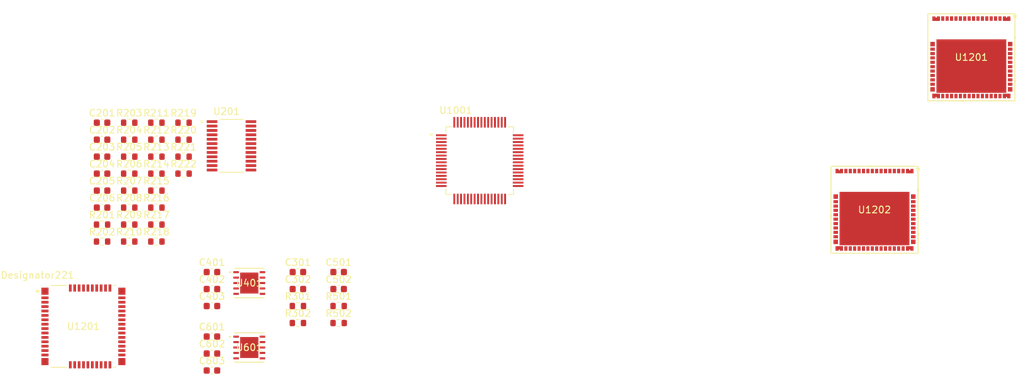
<source format=kicad_pcb>
(kicad_pcb (version 20240108) (generator "pcbnew") (generator_version "8.0")
  (layers (0 "F.Cu" signal) (31 "B.Cu" signal) (34 "B.Paste" user) (35 "F.Paste" user) (36 "B.SilkS" user "B.Silkscreen") (37 "F.SilkS" user "F.Silkscreen") (38 "B.Mask" user) (39 "F.Mask" user) (44 "Edge.Cuts" user))
  (net 0 "")
  (net 1 "GNDREF")
  (net 2 "FB")
  (net 3 "Net-(C202-Pad1)")
  (net 4 "/controller/VREF")
  (net 5 "Net-(U201-SS_EN)")
  (net 6 "/controller/CS_FLT")
  (net 7 "Net-(U201-VDD)")
  (net 8 "/DRV1/10V")
  (net 9 "/SW_AB")
  (net 10 "Net-(U401-HB)")
  (net 11 "Net-(U601-HB)")
  (net 12 "/SW_CD")
  (net 13 "/controller/10V")
  (net 14 "/controller/DCM")
  (net 15 "/controller/cs")
  (net 16 "Net-(U201-RT)")
  (net 17 "/controller/EA+")
  (net 18 "Net-(U201-TMIN)")
  (net 19 "Net-(U201-RSUM)")
  (net 20 "/controller/DELEF")
  (net 21 "/controller/DELCD")
  (net 22 "/controller/DELAB")
  (net 23 "/controller/ADEL")
  (net 24 "/controller/ADELEF")
  (net 25 "Net-(U301-OUTH)")
  (net 26 "/DRV_F")
  (net 27 "Net-(U301-OUTL)")
  (net 28 "/DRV_E")
  (net 29 "Net-(U501-OUTH)")
  (net 30 "Net-(U501-OUTL)")
  (net 31 "/PWMA")
  (net 32 "/PWMF")
  (net 33 "/PWMD")
  (net 34 "/PWMC")
  (net 35 "/PWME")
  (net 39 "/DRV_A")
  (net 40 "/DRV_B")
  (net 42 "/DRV_D")
  (net 43 "/DRV_C")
  (net 45 "Net-(U1001D-VDDIO-Pad28)")
  (net 47 "/TMS_mcu/refGND")
  (net 49 "Net-(U1001D-VDD-Pad27)")
  (net 52 "Net-(U1201-DRAIN-Pad1)")
  (net 76 "Net-(U1201-SOURCE-Pad17)")
  (net 166 "Net-(U1202-SOURCE-Pad17)")
  (footprint "Resistor_SMD:R_0603_1608Metric" (layer "F.Cu") (at 110.165 122)
    (property "Reference" "R302" (at 0 -1.43 0) (layer "F.SilkS"))
    (property "Value" "0")
    (pad "1" smd roundrect (at -0.825 0) (size 0.8 0.95) (layers "F.Cu" "F.Paste" "F.Mask") (net 27 "Net-(U301-OUTL)"))
    (pad "2" smd roundrect (at 0.825 0) (size 0.8 0.95) (layers "F.Cu" "F.Paste" "F.Mask") (net 26 "/DRV_F"))
  )
  (footprint "Capacitor_SMD:C_0603_1608Metric" (layer "F.Cu") (at 81.255 97.41)
    (property "Reference" "C203" (at 0 -1.43 0) (layer "F.SilkS"))
    (property "Value" "1uF")
    (pad "1" smd roundrect (at -0.775 0) (size 0.9 0.95) (layers "F.Cu" "F.Paste" "F.Mask") (net 1 "GNDREF"))
    (pad "2" smd roundrect (at 0.775 0) (size 0.9 0.95) (layers "F.Cu" "F.Paste" "F.Mask") (net 4 "/controller/VREF"))
  )
  (footprint "Resistor_SMD:R_0603_1608Metric" (layer "F.Cu") (at 89.275 99.92)
    (property "Reference" "R214" (at 0 -1.43 0) (layer "F.SilkS"))
    (property "Value" "13k")
    (pad "1" smd roundrect (at -0.825 0) (size 0.8 0.95) (layers "F.Cu" "F.Paste" "F.Mask") (net 1 "GNDREF"))
    (pad "2" smd roundrect (at 0.825 0) (size 0.8 0.95) (layers "F.Cu" "F.Paste" "F.Mask") (net 21 "/controller/DELCD"))
  )
  (footprint "Resistor_SMD:R_0603_1608Metric" (layer "F.Cu") (at 116.175 119.49)
    (property "Reference" "R501" (at 0 -1.43 0) (layer "F.SilkS"))
    (property "Value" "0")
    (pad "1" smd roundrect (at -0.825 0) (size 0.8 0.95) (layers "F.Cu" "F.Paste" "F.Mask") (net 29 "Net-(U501-OUTH)"))
    (pad "2" smd roundrect (at 0.825 0) (size 0.8 0.95) (layers "F.Cu" "F.Paste" "F.Mask") (net 28 "/DRV_E"))
  )
  (footprint "Capacitor_SMD:C_0603_1608Metric" (layer "F.Cu") (at 116.175 114.47)
    (property "Reference" "C501" (at 0 -1.43 0) (layer "F.SilkS"))
    (property "Value" "1uF")
    (pad "1" smd roundrect (at -0.775 0) (size 0.9 0.95) (layers "F.Cu" "F.Paste" "F.Mask") (net 8 "/DRV1/10V"))
    (pad "2" smd roundrect (at 0.775 0) (size 0.9 0.95) (layers "F.Cu" "F.Paste" "F.Mask") (net 1 "GNDREF"))
  )
  (footprint "Capacitor_SMD:C_0603_1608Metric" (layer "F.Cu") (at 81.255 99.92)
    (property "Reference" "C204" (at 0 -1.43 0) (layer "F.SilkS"))
    (property "Value" "0.047uF")
    (pad "1" smd roundrect (at -0.775 0) (size 0.9 0.95) (layers "F.Cu" "F.Paste" "F.Mask") (net 1 "GNDREF"))
    (pad "2" smd roundrect (at 0.775 0) (size 0.9 0.95) (layers "F.Cu" "F.Paste" "F.Mask") (net 5 "Net-(U201-SS_EN)"))
  )
  (footprint "Resistor_SMD:R_0603_1608Metric" (layer "F.Cu") (at 85.265 92.39)
    (property "Reference" "R203" (at 0 -1.43 0) (layer "F.SilkS"))
    (property "Value" "19.1k")
    (pad "1" smd roundrect (at -0.825 0) (size 0.8 0.95) (layers "F.Cu" "F.Paste" "F.Mask") (net 14 "/controller/DCM"))
    (pad "2" smd roundrect (at 0.825 0) (size 0.8 0.95) (layers "F.Cu" "F.Paste" "F.Mask") (net 4 "/controller/VREF"))
  )
  (footprint "Package_DFN_QFN:LMG3522R030QRQSRQ1-52-VQFN" (layer "F.Cu") (at 78.5 122.5)
    (property "Reference" "U1201" (at 0 0 0) (layer "F.SilkS"))
    (property "Value" "LMG3522R030QRQSRQ1")
    (fp_text user "Designator221" (at -6.7818 -7.5692 0) (layer "F.SilkS"))
    (pad "1" smd rect (at -5.675 -5.2) (size 1.05 1.05) (layers "F.Cu" "F.Paste" "F.Mask"))
    (pad "2" smd rect (at -5.675 -4.225 90) (size 0.399999 1.05) (layers "F.Cu" "F.Paste" "F.Mask"))
    (pad "3" smd rect (at -5.675 -3.574999 90) (size 0.399999 1.05) (layers "F.Cu" "F.Paste" "F.Mask"))
    (pad "4" smd rect (at -5.675 -2.925 90) (size 0.399999 1.05) (layers "F.Cu" "F.Paste" "F.Mask"))
    (pad "5" smd rect (at -5.675 -2.274999 90) (size 0.399999 1.05) (layers "F.Cu" "F.Paste" "F.Mask"))
    (pad "6" smd rect (at -5.675 -1.625001 90) (size 0.399999 1.05) (layers "F.Cu" "F.Paste" "F.Mask"))
    (pad "7" smd rect (at -5.675 -0.974999 90) (size 0.399999 1.05) (layers "F.Cu" "F.Paste" "F.Mask"))
    (pad "8" smd rect (at -5.675 -0.325001 90) (size 0.399999 1.05) (layers "F.Cu" "F.Paste" "F.Mask"))
    (pad "9" smd rect (at -5.675 0.325001 90) (size 0.399999 1.05) (layers "F.Cu" "F.Paste" "F.Mask"))
    (pad "10" smd rect (at -5.675 0.974999 90) (size 0.399999 1.05) (layers "F.Cu" "F.Paste" "F.Mask"))
    (pad "11" smd rect (at -5.675 1.625001 90) (size 0.399999 1.05) (layers "F.Cu" "F.Paste" "F.Mask"))
    (pad "12" smd rect (at -5.675 2.274999 90) (size 0.399999 1.05) (layers "F.Cu" "F.Paste" "F.Mask"))
    (pad "13" smd rect (at -5.675 2.925 90) (size 0.399999 1.05) (layers "F.Cu" "F.Paste" "F.Mask"))
    (pad "14" smd rect (at -5.675 3.574999 90) (size 0.399999 1.05) (layers "F.Cu" "F.Paste" "F.Mask"))
    (pad "15" smd rect (at -5.675 4.225 90) (size 0.399999 1.05) (layers "F.Cu" "F.Paste" "F.Mask"))
    (pad "16" smd rect (at -5.675 5.2) (size 1.05 1.05) (layers "F.Cu" "F.Paste" "F.Mask"))
    (pad "17" smd rect (at -1.935 5.675) (size 0.399999 1.05) (layers "F.Cu" "F.Paste" "F.Mask"))
    (pad "18" smd rect (at -1.285001 5.675) (size 0.399999 1.05) (layers "F.Cu" "F.Paste" "F.Mask"))
    (pad "19" smd rect (at -0.635 5.675) (size 0.399999 1.05) (layers "F.Cu" "F.Paste" "F.Mask"))
    (pad "20" smd rect (at 0.015001 5.675) (size 0.399999 1.05) (layers "F.Cu" "F.Paste" "F.Mask"))
    (pad "21" smd rect (at 0.665 5.675) (size 0.399999 1.05) (layers "F.Cu" "F.Paste" "F.Mask"))
    (pad "22" smd rect (at 1.315001 5.675) (size 0.399999 1.05) (layers "F.Cu" "F.Paste" "F.Mask"))
    (pad "23" smd rect (at 1.965 5.675) (size 0.399999 1.05) (layers "F.Cu" "F.Paste" "F.Mask"))
    (pad "24" smd rect (at 2.615001 5.675) (size 0.399999 1.05) (layers "F.Cu" "F.Paste" "F.Mask"))
    (pad "25" smd rect (at 3.265 5.675) (size 0.399999 1.05) (layers "F.Cu" "F.Paste" "F.Mask"))
    (pad "26" smd rect (at 3.915001 5.675) (size 0.399999 1.05) (layers "F.Cu" "F.Paste" "F.Mask"))
    (pad "27" smd rect (at 5.675 5.2) (size 1.05 1.05) (layers "F.Cu" "F.Paste" "F.Mask"))
    (pad "28" smd rect (at 5.675 4.225 90) (size 0.399999 1.05) (layers "F.Cu" "F.Paste" "F.Mask"))
    (pad "29" smd rect (at 5.675 3.574999 90) (size 0.399999 1.05) (layers "F.Cu" "F.Paste" "F.Mask"))
    (pad "30" smd rect (at 5.675 2.925 90) (size 0.399999 1.05) (layers "F.Cu" "F.Paste" "F.Mask"))
    (pad "31" smd rect (at 5.675 2.274999 90) (size 0.399999 1.05) (layers "F.Cu" "F.Paste" "F.Mask"))
    (pad "32" smd rect (at 5.675 1.625001 90) (size 0.399999 1.05) (layers "F.Cu" "F.Paste" "F.Mask"))
    (pad "33" smd rect (at 5.675 0.974999 90) (size 0.399999 1.05) (layers "F.Cu" "F.Paste" "F.Mask"))
    (pad "34" smd rect (at 5.675 0.325001 90) (size 0.399999 1.05) (layers "F.Cu" "F.Paste" "F.Mask"))
    (pad "35" smd rect (at 5.675 -0.325001 90) (size 0.399999 1.05) (layers "F.Cu" "F.Paste" "F.Mask"))
    (pad "36" smd rect (at 5.675 -0.974999 90) (size 0.399999 1.05) (layers "F.Cu" "F.Paste" "F.Mask"))
    (pad "37" smd rect (at 5.675 -1.625001 90) (size 0.399999 1.05) (layers "F.Cu" "F.Paste" "F.Mask"))
    (pad "38" smd rect (at 5.675 -2.274999 90) (size 0.399999 1.05) (layers "F.Cu" "F.Paste" "F.Mask"))
    (pad "39" smd rect (at 5.675 -2.925 90) (size 0.399999 1.05) (layers "F.Cu" "F.Paste" "F.Mask"))
    (pad "40" smd rect (at 5.675 -3.574999 90) (size 0.399999 1.05) (layers "F.Cu" "F.Paste" "F.Mask"))
    (pad "41" smd rect (at 5.675 -4.225 90) (size 0.399999 1.05) (layers "F.Cu" "F.Paste" "F.Mask"))
    (pad "42" smd rect (at 5.675 -5.2) (size 1.05 1.05) (layers "F.Cu" "F.Paste" "F.Mask"))
    (pad "43" smd rect (at 3.915001 -5.675) (size 0.399999 1.05) (layers "F.Cu" "F.Paste" "F.Mask"))
    (pad "44" smd rect (at 3.265 -5.675) (size 0.399999 1.05) (layers "F.Cu" "F.Paste" "F.Mask"))
    (pad "45" smd rect (at 2.615001 -5.675) (size 0.399999 1.05) (layers "F.Cu" "F.Paste" "F.Mask"))
    (pad "46" smd rect (at 1.965 -5.675) (size 0.399999 1.05) (layers "F.Cu" "F.Paste" "F.Mask"))
    (pad "47" smd rect (at 1.315001 -5.675) (size 0.399999 1.05) (layers "F.Cu" "F.Paste" "F.Mask"))
    (pad "48" smd rect (at 0.665 -5.675) (size 0.399999 1.05) (layers "F.Cu" "F.Paste" "F.Mask"))
    (pad "49" smd rect (at 0.015001 -5.675) (size 0.399999 1.05) (layers "F.Cu" "F.Paste" "F.Mask"))
    (pad "50" smd rect (at -0.635 -5.675) (size 0.399999 1.05) (layers "F.Cu" "F.Paste" "F.Mask"))
    (pad "51" smd rect (at -1.285001 -5.675) (size 0.399999 1.05) (layers "F.Cu" "F.Paste" "F.Mask"))
    (pad "52" smd rect (at -1.935 -5.675) (size 0.399999 1.05) (layers "F.Cu" "F.Paste" "F.Mask"))
  )
  (footprint "Capacitor_SMD:C_0603_1608Metric" (layer "F.Cu") (at 81.255 104.94)
    (property "Reference" "C206" (at 0 -1.43 0) (layer "F.SilkS"))
    (property "Value" "1uF")
    (pad "1" smd roundrect (at -0.775 0) (size 0.9 0.95) (layers "F.Cu" "F.Paste" "F.Mask") (net 7 "Net-(U201-VDD)"))
    (pad "2" smd roundrect (at 0.775 0) (size 0.9 0.95) (layers "F.Cu" "F.Paste" "F.Mask") (net 1 "GNDREF"))
  )
  (footprint "Resistor_SMD:R_0603_1608Metric" (layer "F.Cu") (at 81.255 109.96)
    (property "Reference" "R202" (at 0 -1.43 0) (layer "F.SilkS"))
    (property "Value" "10")
    (pad "1" smd roundrect (at -0.825 0) (size 0.8 0.95) (layers "F.Cu" "F.Paste" "F.Mask") (net 13 "/controller/10V"))
    (pad "2" smd roundrect (at 0.825 0) (size 0.8 0.95) (layers "F.Cu" "F.Paste" "F.Mask") (net 7 "Net-(U201-VDD)"))
  )
  (footprint "Resistor_SMD:R_0603_1608Metric" (layer "F.Cu") (at 116.175 122)
    (property "Reference" "R502" (at 0 -1.43 0) (layer "F.SilkS"))
    (property "Value" "0")
    (pad "1" smd roundrect (at -0.825 0) (size 0.8 0.95) (layers "F.Cu" "F.Paste" "F.Mask") (net 30 "Net-(U501-OUTL)"))
    (pad "2" smd roundrect (at 0.825 0) (size 0.8 0.95) (layers "F.Cu" "F.Paste" "F.Mask") (net 28 "/DRV_E"))
  )
  (footprint "Package_QFP:VQFN-54_12x12" (layer "F.Cu") (at 195.275 105.26507)
    (property "Reference" "U1202" (at 0 0 0) (layer "F.SilkS"))
    (property "Value" "XLMG3422R050RQZT")
    (fp_poly (pts (xy -5.753599 6.045192) (xy -5.753594 5.394787) (xy -4.653596 5.394787) (xy -4.653589 6.045192) (xy -5.110789 6.045192) (xy -5.110789 5.841992) (xy -5.296399 5.841992) (xy -5.296399 6.045192)) (fill solid) (layer "F.Cu"))
    (fp_poly (pts (xy -5.753594 5.394787) (xy -4.653596 5.394787) (xy -4.653589 6.045192) (xy -5.110789 6.045192) (xy -5.110789 5.841992) (xy -5.296399 5.841992) (xy -5.296399 6.045192) (xy -5.753599 6.045192)) (fill solid) (layer "F.Cu"))
    (fp_poly (pts (xy -5.750412 -6.045208) (xy -5.293212 -6.045208) (xy -5.293212 -5.842008) (xy -5.107602 -5.842008) (xy -5.107602 -6.045208) (xy -4.650402 -6.045208) (xy -4.650402 -5.394803) (xy -5.7504 -5.394803)) (fill solid) (layer "F.Cu"))
    (fp_poly (pts (xy 4.6504 6.045192) (xy 4.650401 5.394787) (xy 5.750399 5.394787) (xy 5.750411 6.045192) (xy 5.293211 6.045192) (xy 5.293211 5.841992) (xy 5.1076 5.841992) (xy 5.1076 6.045192)) (fill solid) (layer "F.Cu"))
    (fp_poly (pts (xy 4.650401 5.394787) (xy 5.750399 5.394787) (xy 5.750411 6.045192) (xy 5.293211 6.045192) (xy 5.293211 5.841992) (xy 5.1076 5.841992) (xy 5.1076 6.045192) (xy 4.6504 6.045192)) (fill solid) (layer "F.Cu"))
    (fp_poly (pts (xy 4.653595 -5.394803) (xy 4.653587 -6.045208) (xy 5.110787 -6.045208) (xy 5.110787 -5.842008) (xy 5.296398 -5.842008) (xy 5.296398 -6.045208) (xy 5.753598 -6.045208) (xy 5.753593 -5.394803)) (fill solid) (layer "F.Cu"))
    (fp_text user "*" (at 6.4262 -5.725 0) (layer "F.SilkS"))
    (fp_text user "*" (at 6.4262 -5.725 0) (layer "F.SilkS"))
    (pad "1" smd rect (at 5.203594 -5.618399 90) (size 0.447192 1.099998) (layers "F.Cu" "F.Paste" "F.Mask") (net 76 "Net-(U1201-SOURCE-Pad17)"))
    (pad "2" smd rect (at 4.224998 -5.725015) (size 0.4572 0.6604) (layers "F.Cu" "F.Paste" "F.Mask") (net 76 "Net-(U1201-SOURCE-Pad17)"))
    (pad "3" smd rect (at 3.574999 -5.725015) (size 0.4572 0.6604) (layers "F.Cu" "F.Paste" "F.Mask") (net 76 "Net-(U1201-SOURCE-Pad17)"))
    (pad "4" smd rect (at 2.924998 -5.725015) (size 0.4572 0.6604) (layers "F.Cu" "F.Paste" "F.Mask") (net 76 "Net-(U1201-SOURCE-Pad17)"))
    (pad "5" smd rect (at 2.274999 -5.725015) (size 0.4572 0.6604) (layers "F.Cu" "F.Paste" "F.Mask") (net 76 "Net-(U1201-SOURCE-Pad17)"))
    (pad "6" smd rect (at 1.624998 -5.725015) (size 0.4572 0.6604) (layers "F.Cu" "F.Paste" "F.Mask") (net 76 "Net-(U1201-SOURCE-Pad17)"))
    (pad "7" smd rect (at 0.974999 -5.725015) (size 0.4572 0.6604) (layers "F.Cu" "F.Paste" "F.Mask") (net 76 "Net-(U1201-SOURCE-Pad17)"))
    (pad "8" smd rect (at 0.324999 -5.725015) (size 0.4572 0.6604) (layers "F.Cu" "F.Paste" "F.Mask") (net 76 "Net-(U1201-SOURCE-Pad17)"))
    (pad "9" smd rect (at -0.325001 -5.725015) (size 0.4572 0.6604) (layers "F.Cu" "F.Paste" "F.Mask") (net 76 "Net-(U1201-SOURCE-Pad17)"))
    (pad "10" smd rect (at -0.975002 -5.725015) (size 0.4572 0.6604) (layers "F.Cu" "F.Paste" "F.Mask") (net 76 "Net-(U1201-SOURCE-Pad17)"))
    (pad "11" smd rect (at -1.625001 -5.725015) (size 0.4572 0.6604) (layers "F.Cu" "F.Paste" "F.Mask") (net 76 "Net-(U1201-SOURCE-Pad17)"))
    (pad "12" smd rect (at -2.275002 -5.725015) (size 0.4572 0.6604) (layers "F.Cu" "F.Paste" "F.Mask") (net 76 "Net-(U1201-SOURCE-Pad17)"))
    (pad "13" smd rect (at -2.925 -5.725015) (size 0.4572 0.6604) (layers "F.Cu" "F.Paste" "F.Mask") (net 76 "Net-(U1201-SOURCE-Pad17)"))
    (pad "14" smd rect (at -3.575002 -5.725015) (size 0.4572 0.6604) (layers "F.Cu" "F.Paste" "F.Mask") (net 76 "Net-(U1201-SOURCE-Pad17)"))
    (pad "15" smd rect (at -4.225 -5.725015) (size 0.4572 0.6604) (layers "F.Cu" "F.Paste" "F.Mask") (net 76 "Net-(U1201-SOURCE-Pad17)"))
    (pad "16" smd rect (at -5.200401 -5.618399 90) (size 0.447192 1.099998) (layers "F.Cu" "F.Paste" "F.Mask") (net 76 "Net-(U1201-SOURCE-Pad17)"))
    (pad "17" smd rect (at -5.725 -1.949933 90) (size 0.6604 0.6604) (layers "F.Cu" "F.Paste" "F.Mask") (net 166 "Net-(U1202-SOURCE-Pad17)"))
    (pad "18" smd rect (at -5.725 -1.199947 90) (size 0.4572 0.6604) (layers "F.Cu" "F.Paste" "F.Mask") (net 166 "Net-(U1202-SOURCE-Pad17)"))
    (pad "19" smd rect (at -5.725 -0.549961 90) (size 0.4572 0.6604) (layers "F.Cu" "F.Paste" "F.Mask") (net 166 "Net-(U1202-SOURCE-Pad17)"))
    (pad "20" smd rect (at -5.725 0.085025 90) (size 0.4572 0.6604) (layers "F.Cu" "F.Paste" "F.Mask") (net 166 "Net-(U1202-SOURCE-Pad17)"))
    (pad "21" smd rect (at -5.725 0.735011 90) (size 0.4572 0.6604) (layers "F.Cu" "F.Paste" "F.Mask") (net 166 "Net-(U1202-SOURCE-Pad17)"))
    (pad "22" smd rect (at -5.725 1.384997 90) (size 0.4572 0.6604) (layers "F.Cu" "F.Paste" "F.Mask") (net 166 "Net-(U1202-SOURCE-Pad17)"))
    (pad "23" smd rect (at -5.725 2.034983 90) (size 0.4572 0.6604) (layers "F.Cu" "F.Paste" "F.Mask") (net 166 "Net-(U1202-SOURCE-Pad17)"))
    (pad "24" smd rect (at -5.725 2.684969 90) (size 0.4572 0.6604) (layers "F.Cu" "F.Paste" "F.Mask") (net 166 "Net-(U1202-SOURCE-Pad17)"))
    (pad "25" smd rect (at -5.725 3.334955 90) (size 0.4572 0.6604) (layers "F.Cu" "F.Paste" "F.Mask") (net 166 "Net-(U1202-SOURCE-Pad17)"))
    (pad "26" smd rect (at -5.725 3.984941 90) (size 0.4572 0.6604) (layers "F.Cu" "F.Paste" "F.Mask") (net 166 "Net-(U1202-SOURCE-Pad17)"))
    (pad "27" smd rect (at -5.725 4.734927 90) (size 0.6604 0.6604) (layers "F.Cu" "F.Paste" "F.Mask") (net 166 "Net-(U1202-SOURCE-Pad17)"))
    (pad "28" smd rect (at -5.203595 5.618384 90) (size 0.447192 1.099998) (layers "F.Cu" "F.Paste" "F.Mask") (net 166 "Net-(U1202-SOURCE-Pad17)"))
    (pad "29" smd rect (at -4.224999 5.725) (size 0.4572 0.6604) (layers "F.Cu" "F.Paste" "F.Mask") (net 166 "Net-(U1202-SOURCE-Pad17)"))
    (pad "30" smd rect (at -3.575001 5.725) (size 0.4572 0.6604) (layers "F.Cu" "F.Paste" "F.Mask") (net 166 "Net-(U1202-SOURCE-Pad17)"))
    (pad "31" smd rect (at -2.924999 5.725) (size 0.4572 0.6604) (layers "F.Cu" "F.Paste" "F.Mask") (net 166 "Net-(U1202-SOURCE-Pad17)"))
    (pad "32" smd rect (at -2.275001 5.725) (size 0.4572 0.6604) (layers "F.Cu" "F.Paste" "F.Mask") (net 166 "Net-(U1202-SOURCE-Pad17)"))
    (pad "33" smd rect (at -1.624999 5.725) (size 0.4572 0.6604) (layers "F.Cu" "F.Paste" "F.Mask") (net 166 "Net-(U1202-SOURCE-Pad17)"))
    (pad "34" smd rect (at -0.975001 5.725) (size 0.4572 0.6604) (layers "F.Cu" "F.Paste" "F.Mask") (net 166 "Net-(U1202-SOURCE-Pad17)"))
    (pad "35" smd rect (at -0.325001 5.725) (size 0.4572 0.6604) (layers "F.Cu" "F.Paste" "F.Mask") (net 166 "Net-(U1202-SOURCE-Pad17)"))
    (pad "36" smd rect (at 0.324999 5.725) (size 0.4572 0.6604) (layers "F.Cu" "F.Paste" "F.Mask") (net 166 "Net-(U1202-SOURCE-Pad17)"))
    (pad "37" smd rect (at 0.975001 5.725) (size 0.4572 0.6604) (layers "F.Cu" "F.Paste" "F.Mask") (net 166 "Net-(U1202-SOURCE-Pad17)"))
    (pad "38" smd rect (at 1.624999 5.725) (size 0.4572 0.6604) (layers "F.Cu" "F.Paste" "F.Mask") (net 166 "Net-(U1202-SOURCE-Pad17)"))
    (pad "39" smd rect (at 2.275001 5.725) (size 0.4572 0.6604) (layers "F.Cu" "F.Paste" "F.Mask") (net 166 "Net-(U1202-SOURCE-Pad17)"))
    (pad "40" smd rect (at 2.924999 5.725) (size 0.4572 0.6604) (layers "F.Cu" "F.Paste" "F.Mask") (net 166 "Net-(U1202-SOURCE-Pad17)"))
    (pad "41" smd rect (at 3.575001 5.725) (size 0.4572 0.6604) (layers "F.Cu" "F.Paste" "F.Mask"))
    (pad "42" smd rect (at 4.224999 5.725) (size 0.4572 0.6604) (layers "F.Cu" "F.Paste" "F.Mask"))
    (pad "43" smd rect (at 5.2004 5.618384 90) (size 0.447192 1.099998) (layers "F.Cu" "F.Paste" "F.Mask"))
    (pad "44" smd rect (at 5.725 4.73493 90) (size 0.6604 0.6604) (layers "F.Cu" "F.Paste" "F.Mask"))
    (pad "45" smd rect (at 5.725 3.984944 90) (size 0.4572 0.6604) (layers "F.Cu" "F.Paste" "F.Mask"))
    (pad "46" smd rect (at 5.725 3.334958 90) (size 0.4572 0.6604) (layers "F.Cu" "F.Paste" "F.Mask"))
    (pad "47" smd rect (at 5.725 2.684972 90) (size 0.4572 0.6604) (layers "F.Cu" "F.Paste" "F.Mask"))
    (pad "48" smd rect (at 5.725 2.034986 90) (size 0.4572 0.6604) (layers "F.Cu" "F.Paste" "F.Mask"))
    (pad "49" smd rect (at 5.725 1.385 90) (size 0.4572 0.6604) (layers "F.Cu" "F.Paste" "F.Mask"))
    (pad "50" smd rect (at 5.725 0.735014 90) (size 0.4572 0.6604) (layers "F.Cu" "F.Paste" "F.Mask"))
    (pad "51" smd rect (at 5.725 0.085028 90) (size 0.4572 0.6604) (layers "F.Cu" "F.Paste" "F.Mask"))
    (pad "52" smd rect (at 5.725 -0.549958 90) (size 0.4572 0.6604) (layers "F.Cu" "F.Paste" "F.Mask"))
    (pad "53" smd rect (at 5.725 -1.199944 90) (size 0.4572 0.6604) (layers "F.Cu" "F.Paste" "F.Mask"))
    (pad "54" smd rect (at 5.725 -1.94993 90) (size 0.6604 0.6604) (layers "F.Cu" "F.Paste" "F.Mask"))
    (pad "55" smd rect (at 0 1.3 90) (size 7.8994 10.3124) (layers "F.Cu" "F.Mask"))
  )
  (footprint "Capacitor_SMD:C_0603_1608Metric" (layer "F.Cu") (at 97.475 114.47)
    (property "Reference" "C401" (at 0 -1.43 0) (layer "F.SilkS"))
    (property "Value" "1uF")
    (pad "1" smd roundrect (at -0.775 0) (size 0.9 0.95) (layers "F.Cu" "F.Paste" "F.Mask") (net 8 "/DRV1/10V"))
    (pad "2" smd roundrect (at 0.775 0) (size 0.9 0.95) (layers "F.Cu" "F.Paste" "F.Mask") (net 1 "GNDREF"))
  )
  (footprint "Resistor_SMD:R_0603_1608Metric" (layer "F.Cu") (at 89.275 109.96)
    (property "Reference" "R218" (at 0 -1.43 0) (layer "F.SilkS"))
    (property "Value" "10k")
    (pad "1" smd roundrect (at -0.825 0) (size 0.8 0.95) (layers "F.Cu" "F.Paste" "F.Mask") (net 1 "GNDREF"))
    (pad "2" smd roundrect (at 0.825 0) (size 0.8 0.95) (layers "F.Cu" "F.Paste" "F.Mask") (net 23 "/controller/ADEL"))
  )
  (footprint "Capacitor_SMD:C_0603_1608Metric" (layer "F.Cu") (at 116.175 116.98)
    (property "Reference" "C502" (at 0 -1.43 0) (layer "F.SilkS"))
    (property "Value" "0.1uF")
    (pad "1" smd roundrect (at -0.775 0) (size 0.9 0.95) (layers "F.Cu" "F.Paste" "F.Mask") (net 8 "/DRV1/10V"))
    (pad "2" smd roundrect (at 0.775 0) (size 0.9 0.95) (layers "F.Cu" "F.Paste" "F.Mask") (net 1 "GNDREF"))
  )
  (footprint "Resistor_SMD:R_0603_1608Metric" (layer "F.Cu") (at 85.265 97.41)
    (property "Reference" "R205" (at 0 -1.43 0) (layer "F.SilkS"))
    (property "Value" "18.2K")
    (pad "1" smd roundrect (at -0.825 0) (size 0.8 0.95) (layers "F.Cu" "F.Paste" "F.Mask") (net 4 "/controller/VREF"))
    (pad "2" smd roundrect (at 0.825 0) (size 0.8 0.95) (layers "F.Cu" "F.Paste" "F.Mask") (net 16 "Net-(U201-RT)"))
  )
  (footprint "Capacitor_SMD:C_0603_1608Metric" (layer "F.Cu") (at 110.165 114.47)
    (property "Reference" "C301" (at 0 -1.43 0) (layer "F.SilkS"))
    (property "Value" "1uF")
    (pad "1" smd roundrect (at -0.775 0) (size 0.9 0.95) (layers "F.Cu" "F.Paste" "F.Mask") (net 8 "/DRV1/10V"))
    (pad "2" smd roundrect (at 0.775 0) (size 0.9 0.95) (layers "F.Cu" "F.Paste" "F.Mask") (net 1 "GNDREF"))
  )
  (footprint "UCC28950QPWRQ1:UCC28951QPWRQ1" (layer "F.Cu") (at 100.36 95.81)
    (property "Reference" "U201" (at -0.73 -5.085 0) (layer "F.SilkS"))
    (property "Value" "UCC28951QPWRQ1")
    (pad "1" smd roundrect (at -2.87 -3.575) (size 1.57 0.41) (layers "F.Cu" "F.Paste" "F.Mask") (roundrect_rratio 0.125) (net 4 "/controller/VREF"))
    (pad "2" smd roundrect (at -2.87 -2.925) (size 1.57 0.41) (layers "F.Cu" "F.Paste" "F.Mask") (roundrect_rratio 0.125) (net 17 "/controller/EA+"))
    (pad "3" smd roundrect (at -2.87 -2.275) (size 1.57 0.41) (layers "F.Cu" "F.Paste" "F.Mask") (roundrect_rratio 0.125) (net 2 "FB"))
    (pad "4" smd roundrect (at -2.87 -1.625) (size 1.57 0.41) (layers "F.Cu" "F.Paste" "F.Mask") (roundrect_rratio 0.125) (net 1 "GNDREF"))
    (pad "5" smd roundrect (at -2.87 -0.975) (size 1.57 0.41) (layers "F.Cu" "F.Paste" "F.Mask") (roundrect_rratio 0.125) (net 5 "Net-(U201-SS_EN)"))
    (pad "6" smd roundrect (at -2.87 -0.325) (size 1.57 0.41) (layers "F.Cu" "F.Paste" "F.Mask") (roundrect_rratio 0.125) (net 22 "/controller/DELAB"))
    (pad "7" smd roundrect (at -2.87 0.325) (size 1.57 0.41) (layers "F.Cu" "F.Paste" "F.Mask") (roundrect_rratio 0.125) (net 21 "/controller/DELCD"))
    (pad "8" smd roundrect (at -2.87 0.975) (size 1.57 0.41) (layers "F.Cu" "F.Paste" "F.Mask") (roundrect_rratio 0.125) (net 20 "/controller/DELEF"))
    (pad "9" smd roundrect (at -2.87 1.625) (size 1.57 0.41) (layers "F.Cu" "F.Paste" "F.Mask") (roundrect_rratio 0.125) (net 18 "Net-(U201-TMIN)"))
    (pad "10" smd roundrect (at -2.87 2.275) (size 1.57 0.41) (layers "F.Cu" "F.Paste" "F.Mask") (roundrect_rratio 0.125) (net 16 "Net-(U201-RT)"))
    (pad "11" smd roundrect (at -2.87 2.925) (size 1.57 0.41) (layers "F.Cu" "F.Paste" "F.Mask") (roundrect_rratio 0.125) (net 19 "Net-(U201-RSUM)"))
    (pad "12" smd roundrect (at -2.87 3.575) (size 1.57 0.41) (layers "F.Cu" "F.Paste" "F.Mask") (roundrect_rratio 0.125) (net 14 "/controller/DCM"))
    (pad "13" smd roundrect (at 2.87 3.575) (size 1.57 0.41) (layers "F.Cu" "F.Paste" "F.Mask") (roundrect_rratio 0.125) (net 24 "/controller/ADELEF"))
    (pad "14" smd roundrect (at 2.87 2.925) (size 1.57 0.41) (layers "F.Cu" "F.Paste" "F.Mask") (roundrect_rratio 0.125) (net 23 "/controller/ADEL"))
    (pad "15" smd roundrect (at 2.87 2.275) (size 1.57 0.41) (layers "F.Cu" "F.Paste" "F.Mask") (roundrect_rratio 0.125) (net 6 "/controller/CS_FLT"))
    (pad "16" smd roundrect (at 2.87 1.625) (size 1.57 0.41) (layers "F.Cu" "F.Paste" "F.Mask") (roundrect_rratio 0.125))
    (pad "17" smd roundrect (at 2.87 0.975) (size 1.57 0.41) (layers "F.Cu" "F.Paste" "F.Mask") (roundrect_rratio 0.125) (net 32 "/PWMF"))
    (pad "18" smd roundrect (at 2.87 0.325) (size 1.57 0.41) (layers "F.Cu" "F.Paste" "F.Mask") (roundrect_rratio 0.125) (net 35 "/PWME"))
    (pad "19" smd roundrect (at 2.87 -0.325) (size 1.57 0.41) (layers "F.Cu" "F.Paste" "F.Mask") (roundrect_rratio 0.125) (net 33 "/PWMD"))
    (pad "20" smd roundrect (at 2.87 -0.975) (size 1.57 0.41) (layers "F.Cu" "F.Paste" "F.Mask") (roundrect_rratio 0.125) (net 34 "/PWMC"))
    (pad "21" smd roundrect (at 2.87 -1.625) (size 1.57 0.41) (layers "F.Cu" "F.Paste" "F.Mask") (roundrect_rratio 0.125) (net 1 "GNDREF"))
    (pad "22" smd roundrect (at 2.87 -2.275) (size 1.57 0.41) (layers "F.Cu" "F.Paste" "F.Mask") (roundrect_rratio 0.125) (net 31 "/PWMA"))
    (pad "23" smd roundrect (at 2.87 -2.925) (size 1.57 0.41) (layers "F.Cu" "F.Paste" "F.Mask") (roundrect_rratio 0.125) (net 7 "Net-(U201-VDD)"))
    (pad "24" smd roundrect (at 2.87 -3.575) (size 1.57 0.41) (layers "F.Cu" "F.Paste" "F.Mask") (roundrect_rratio 0.125) (net 1 "GNDREF"))
  )
  (footprint "Resistor_SMD:R_0603_1608Metric" (layer "F.Cu") (at 81.255 107.45)
    (property "Reference" "R201" (at 0 -1.43 0) (layer "F.SilkS"))
    (property "Value" "10k")
    (pad "1" smd roundrect (at -0.825 0) (size 0.8 0.95) (layers "F.Cu" "F.Paste" "F.Mask") (net 1 "GNDREF"))
    (pad "2" smd roundrect (at 0.825 0) (size 0.8 0.95) (layers "F.Cu" "F.Paste" "F.Mask") (net 3 "Net-(C202-Pad1)"))
  )
  (footprint "Package_SO:8-PowerSOIC" (layer "F.Cu") (at 102.9835 116.0899)
    (property "Reference" "U401" (at 0 0 0) (layer "F.SilkS"))
    (property "Value" "UCC27212AQDDARQ1")
    (pad "1" smd rect (at -1.9431 -1.599999) (size 0.8128 0.3048) (layers "F.Cu" "F.Paste" "F.Mask") (net 8 "/DRV1/10V"))
    (pad "2" smd rect (at -1.9431 -0.799998) (size 0.8128 0.3048) (layers "F.Cu" "F.Paste" "F.Mask") (net 10 "Net-(U401-HB)"))
    (pad "3" smd rect (at -1.9431 0) (size 0.8128 0.3048) (layers "F.Cu" "F.Paste" "F.Mask") (net 39 "/DRV_A"))
    (pad "4" smd rect (at -1.9431 0.800001) (size 0.8128 0.3048) (layers "F.Cu" "F.Paste" "F.Mask") (net 9 "/SW_AB"))
    (pad "5" smd rect (at -1.9431 1.599999) (size 0.8128 0.3048) (layers "F.Cu" "F.Paste" "F.Mask"))
    (pad "6" smd rect (at 1.9431 1.599999) (size 0.8128 0.3048) (layers "F.Cu" "F.Paste" "F.Mask"))
    (pad "7" smd rect (at 1.9431 0.799998) (size 0.8128 0.3048) (layers "F.Cu" "F.Paste" "F.Mask") (net 31 "/PWMA"))
    (pad "8" smd rect (at 1.9431 0) (size 0.8128 0.3048) (layers "F.Cu" "F.Paste" "F.Mask") (net 1 "GNDREF"))
    (pad "9" smd rect (at 1.9431 -0.800001) (size 0.8128 0.3048) (layers "F.Cu" "F.Paste" "F.Mask") (net 1 "GNDREF"))
    (pad "10" smd rect (at 1.9431 -1.599999) (size 0.8128 0.3048) (layers "F.Cu" "F.Paste" "F.Mask") (net 40 "/DRV_B"))
    (pad "11" smd rect (at 0 0) (size 2.6924 3.0988) (layers "F.Cu" "F.Paste" "F.Mask") (net 1 "GNDREF"))
  )
  (footprint "Capacitor_SMD:C_0603_1608Metric" (layer "F.Cu") (at 97.475 116.98)
    (property "Reference" "C402" (at 0 -1.43 0) (layer "F.SilkS"))
    (property "Value" "0.1uF")
    (pad "1" smd roundrect (at -0.775 0) (size 0.9 0.95) (layers "F.Cu" "F.Paste" "F.Mask") (net 8 "/DRV1/10V"))
    (pad "2" smd roundrect (at 0.775 0) (size 0.9 0.95) (layers "F.Cu" "F.Paste" "F.Mask") (net 1 "GNDREF"))
  )
  (footprint "Capacitor_SMD:C_0603_1608Metric" (layer "F.Cu") (at 81.255 94.9)
    (property "Reference" "C202" (at 0 -1.43 0) (layer "F.SilkS"))
    (property "Value" "0.01uF")
    (pad "1" smd roundrect (at -0.775 0) (size 0.9 0.95) (layers "F.Cu" "F.Paste" "F.Mask") (net 3 "Net-(C202-Pad1)"))
    (pad "2" smd roundrect (at 0.775 0) (size 0.9 0.95) (layers "F.Cu" "F.Paste" "F.Mask") (net 2 "FB"))
  )
  (footprint "Resistor_SMD:R_0603_1608Metric" (layer "F.Cu") (at 89.275 92.39)
    (property "Reference" "R211" (at 0 -1.43 0) (layer "F.SilkS"))
    (property "Value" "DNP")
    (pad "1" smd roundrect (at -0.825 0) (size 0.8 0.95) (layers "F.Cu" "F.Paste" "F.Mask") (net 20 "/controller/DELEF"))
    (pad "2" smd roundrect (at 0.825 0) (size 0.8 0.95) (layers "F.Cu" "F.Paste" "F.Mask") (net 4 "/controller/VREF"))
  )
  (footprint "Package_QFP:QFP50P1200X1200X160-64N" (layer "F.Cu") (at 137 98)
    (property "Reference" "U1001" (at -3.525 -7.435 0) (layer "F.SilkS"))
    (property "Value" "F280048CPMQR")
    (pad "1" smd roundrect (at -5.67 -3.75) (size 1.57 0.28) (layers "F.Cu" "F.Paste" "F.Mask") (roundrect_rratio 0.125))
    (pad "2" smd roundrect (at -5.67 -3.25) (size 1.57 0.28) (layers "F.Cu" "F.Paste" "F.Mask") (roundrect_rratio 0.125))
    (pad "3" smd roundrect (at -5.67 -2.75) (size 1.57 0.28) (layers "F.Cu" "F.Paste" "F.Mask") (roundrect_rratio 0.125))
    (pad "4" smd roundrect (at -5.67 -2.25) (size 1.57 0.28) (layers "F.Cu" "F.Paste" "F.Mask") (roundrect_rratio 0.125) (net 49 "Net-(U1001D-VDD-Pad27)"))
    (pad "5" smd roundrect (at -5.67 -1.75) (size 1.57 0.28) (layers "F.Cu" "F.Paste" "F.Mask") (roundrect_rratio 0.125) (net 47 "/TMS_mcu/refGND"))
    (pad "6" smd roundrect (at -5.67 -1.25) (size 1.57 0.28) (layers "F.Cu" "F.Paste" "F.Mask") (roundrect_rratio 0.125))
    (pad "7" smd roundrect (at -5.67 -0.75) (size 1.57 0.28) (layers "F.Cu" "F.Paste" "F.Mask") (roundrect_rratio 0.125))
    (pad "8" smd roundrect (at -5.67 -0.25) (size 1.57 0.28) (layers "F.Cu" "F.Paste" "F.Mask") (roundrect_rratio 0.125))
    (pad "9" smd roundrect (at -5.67 0.25) (size 1.57 0.28) (layers "F.Cu" "F.Paste" "F.Mask") (roundrect_rratio 0.125))
    (pad "10" smd roundrect (at -5.67 0.75) (size 1.57 0.28) (layers "F.Cu" "F.Paste" "F.Mask") (roundrect_rratio 0.125))
    (pad "11" smd roundrect (at -5.67 1.25) (size 1.57 0.28) (layers "F.Cu" "F.Paste" "F.Mask") (roundrect_rratio 0.125))
    (pad "12" smd roundrect (at -5.67 1.75) (size 1.57 0.28) (layers "F.Cu" "F.Paste" "F.Mask") (roundrect_rratio 0.125))
    (pad "13" smd roundrect (at -5.67 2.25) (size 1.57 0.28) (layers "F.Cu" "F.Paste" "F.Mask") (roundrect_rratio 0.125))
    (pad "14" smd roundrect (at -5.67 2.75) (size 1.57 0.28) (layers "F.Cu" "F.Paste" "F.Mask") (roundrect_rratio 0.125))
    (pad "15" smd roundrect (at -5.67 3.25) (size 1.57 0.28) (layers "F.Cu" "F.Paste" "F.Mask") (roundrect_rratio 0.125))
    (pad "16" smd roundrect (at -5.67 3.75) (size 1.57 0.28) (layers "F.Cu" "F.Paste" "F.Mask") (roundrect_rratio 0.125))
    (pad "17" smd roundrect (at -3.75 5.67) (size 0.28 1.57) (layers "F.Cu" "F.Paste" "F.Mask") (roundrect_rratio 0.125))
    (pad "18" smd roundrect (at -3.25 5.67) (size 0.28 1.57) (layers "F.Cu" "F.Paste" "F.Mask") (roundrect_rratio 0.125))
    (pad "19" smd roundrect (at -2.75 5.67) (size 0.28 1.57) (layers "F.Cu" "F.Paste" "F.Mask") (roundrect_rratio 0.125))
    (pad "20" smd roundrect (at -2.25 5.67) (size 0.28 1.57) (layers "F.Cu" "F.Paste" "F.Mask") (roundrect_rratio 0.125))
    (pad "21" smd roundrect (at -1.75 5.67) (size 0.28 1.57) (layers "F.Cu" "F.Paste" "F.Mask") (roundrect_rratio 0.125) (net 47 "/TMS_mcu/refGND"))
    (pad "22" smd roundrect (at -1.25 5.67) (size 0.28 1.57) (layers "F.Cu" "F.Paste" "F.Mask") (roundrect_rratio 0.125))
    (pad "23" smd roundrect (at -0.75 5.67) (size 0.28 1.57) (layers "F.Cu" "F.Paste" "F.Mask") (roundrect_rratio 0.125))
    (pad "24" smd roundrect (at -0.25 5.67) (size 0.28 1.57) (layers "F.Cu" "F.Paste" "F.Mask") (roundrect_rratio 0.125))
    (pad "25" smd roundrect (at 0.25 5.67) (size 0.28 1.57) (layers "F.Cu" "F.Paste" "F.Mask") (roundrect_rratio 0.125))
    (pad "26" smd roundrect (at 0.75 5.67) (size 0.28 1.57) (layers "F.Cu" "F.Paste" "F.Mask") (roundrect_rratio 0.125) (net 47 "/TMS_mcu/refGND"))
    (pad "27" smd roundrect (at 1.25 5.67) (size 0.28 1.57) (layers "F.Cu" "F.Paste" "F.Mask") (roundrect_rratio 0.125) (net 49 "Net-(U1001D-VDD-Pad27)"))
    (pad "28" smd roundrect (at 1.75 5.67) (size 0.28 1.57) (layers "F.Cu" "F.Paste" "F.Mask") (roundrect_rratio 0.125) (net 45 "Net-(U1001D-VDDIO-Pad28)"))
    (pad "29" smd roundrect (at 2.25 5.67) (size 0.28 1.57) (layers "F.Cu" "F.Paste" "F.Mask") (roundrect_rratio 0.125))
    (pad "30" smd roundrect (at 2.75 5.67) (size 0.28 1.57) (layers "F.Cu" "F.Paste" "F.Mask") (roundrect_rratio 0.125))
    (pad "31" smd roundrect (at 3.25 5.67) (size 0.28 1.57) (layers "F.Cu" "F.Paste" "F.Mask") (roundrect_rratio 0.125))
    (pad "32" smd roundrect (at 3.75 5.67) (size 0.28 1.57) (layers "F.Cu" "F.Paste" "F.Mask") (roundrect_rratio 0.125))
    (pad "33" smd roundrect (at 5.67 3.75) (size 1.57 0.28) (layers "F.Cu" "F.Paste" "F.Mask") (roundrect_rratio 0.125))
    (pad "34" smd roundrect (at 5.67 3.25) (size 1.57 0.28) (layers "F.Cu" "F.Paste" "F.Mask") (roundrect_rratio 0.125))
    (pad "35" smd roundrect (at 5.67 2.75) (size 1.57 0.28) (layers "F.Cu" "F.Paste" "F.Mask") (roundrect_rratio 0.125))
    (pad "36" smd roundrect (at 5.67 2.25) (size 1.57 0.28) (layers "F.Cu" "F.Paste" "F.Mask") (roundrect_rratio 0.125))
    (pad "37" smd roundrect (at 5.67 1.75) (size 1.57 0.28) (layers "F.Cu" "F.Paste" "F.Mask") (roundrect_rratio 0.125))
    (pad "38" smd roundrect (at 5.67 1.25) (size 1.57 0.28) (layers "F.Cu" "F.Paste" "F.Mask") (roundrect_rratio 0.125))
    (pad "39" smd roundrect (at 5.67 0.75) (size 1.57 0.28) (layers "F.Cu" "F.Paste" "F.Mask") (roundrect_rratio 0.125))
    (pad "40" smd roundrect (at 5.67 0.25) (size 1.57 0.28) (layers "F.Cu" "F.Paste" "F.Mask") (roundrect_rratio 0.125))
    (pad "41" smd roundrect (at 5.67 -0.25) (size 1.57 0.28) (layers "F.Cu" "F.Paste" "F.Mask") (roundrect_rratio 0.125))
    (pad "42" smd roundrect (at 5.67 -0.75) (size 1.57 0.28) (layers "F.Cu" "F.Paste" "F.Mask") (roundrect_rratio 0.125))
    (pad "43" smd roundrect (at 5.67 -1.25) (size 1.57 0.28) (layers "F.Cu" "F.Paste" "F.Mask") (roundrect_rratio 0.125) (net 45 "Net-(U1001D-VDDIO-Pad28)"))
    (pad "44" smd roundrect (at 5.67 -1.75) (size 1.57 0.28) (layers "F.Cu" "F.Paste" "F.Mask") (roundrect_rratio 0.125) (net 49 "Net-(U1001D-VDD-Pad27)"))
    (pad "45" smd roundrect (at 5.67 -2.25) (size 1.57 0.28) (layers "F.Cu" "F.Paste" "F.Mask") (roundrect_rratio 0.125) (net 47 "/TMS_mcu/refGND"))
    (pad "46" smd roundrect (at 5.67 -2.75) (size 1.57 0.28) (layers "F.Cu" "F.Paste" "F.Mask") (roundrect_rratio 0.125))
    (pad "47" smd roundrect (at 5.67 -3.25) (size 1.57 0.28) (layers "F.Cu" "F.Paste" "F.Mask") (roundrect_rratio 0.125))
    (pad "48" smd roundrect (at 5.67 -3.75) (size 1.57 0.28) (layers "F.Cu" "F.Paste" "F.Mask") (roundrect_rratio 0.125))
    (pad "49" smd roundrect (at 3.75 -5.67) (size 0.28 1.57) (layers "F.Cu" "F.Paste" "F.Mask") (roundrect_rratio 0.125))
    (pad "50" smd roundrect (at 3.25 -5.67) (size 0.28 1.57) (layers "F.Cu" "F.Paste" "F.Mask") (roundrect_rratio 0.125))
    (pad "51" smd roundrect (at 2.75 -5.67) (size 0.28 1.57) (layers "F.Cu" "F.Paste" "F.Mask") (roundrect_rratio 0.125))
    (pad "52" smd roundrect (at 2.25 -5.67) (size 0.28 1.57) (layers "F.Cu" "F.Paste" "F.Mask") (roundrect_rratio 0.125))
    (pad "53" smd roundrect (at 1.75 -5.67) (size 0.28 1.57) (layers "F.Cu" "F.Paste" "F.Mask") (roundrect_rratio 0.125))
    (pad "54" smd roundrect (at 1.25 -5.67) (size 0.28 1.57) (layers "F.Cu" "F.Paste" "F.Mask") (roundrect_rratio 0.125))
    (pad "55" smd roundrect (at 0.75 -5.67) (size 0.28 1.57) (layers "F.Cu" "F.Paste" "F.Mask") (roundrect_rratio 0.125) (net 47 "/TMS_mcu/refGND"))
    (pad "56" smd roundrect (at 0.25 -5.67) (size 0.28 1.57) (layers "F.Cu" "F.Paste" "F.Mask") (roundrect_rratio 0.125))
    (pad "57" smd roundrect (at -0.25 -5.67) (size 0.28 1.57) (layers "F.Cu" "F.Paste" "F.Mask") (roundrect_rratio 0.125))
    (pad "58" smd roundrect (at -0.75 -5.67) (size 0.28 1.57) (layers "F.Cu" "F.Paste" "F.Mask") (roundrect_rratio 0.125) (net 47 "/TMS_mcu/refGND"))
    (pad "59" smd roundrect (at -1.25 -5.67) (size 0.28 1.57) (layers "F.Cu" "F.Paste" "F.Mask") (roundrect_rratio 0.125) (net 49 "Net-(U1001D-VDD-Pad27)"))
    (pad "60" smd roundrect (at -1.75 -5.67) (size 0.28 1.57) (layers "F.Cu" "F.Paste" "F.Mask") (roundrect_rratio 0.125) (net 45 "Net-(U1001D-VDDIO-Pad28)"))
    (pad "61" smd roundrect (at -2.25 -5.67) (size 0.28 1.57) (layers "F.Cu" "F.Paste" "F.Mask") (roundrect_rratio 0.125))
    (pad "62" smd roundrect (at -2.75 -5.67) (size 0.28 1.57) (layers "F.Cu" "F.Paste" "F.Mask") (roundrect_rratio 0.125))
    (pad "63" smd roundrect (at -3.25 -5.67) (size 0.28 1.57) (layers "F.Cu" "F.Paste" "F.Mask") (roundrect_rratio 0.125))
    (pad "64" smd roundrect (at -3.75 -5.67) (size 0.28 1.57) (layers "F.Cu" "F.Paste" "F.Mask") (roundrect_rratio 0.125))
  )
  (footprint "Resistor_SMD:R_0603_1608Metric" (layer "F.Cu") (at 93.285 97.41)
    (property "Reference" "R221" (at 0 -1.43 0) (layer "F.SilkS"))
    (property "Value" "0")
    (pad "1" smd roundrect (at -0.825 0) (size 0.8 0.95) (layers "F.Cu" "F.Paste" "F.Mask") (net 23 "/controller/ADEL"))
    (pad "2" smd roundrect (at 0.825 0) (size 0.8 0.95) (layers "F.Cu" "F.Paste" "F.Mask") (net 6 "/controller/CS_FLT"))
  )
  (footprint "Resistor_SMD:R_0603_1608Metric" (layer "F.Cu") (at 85.265 104.94)
    (property "Reference" "R208" (at 0 -1.43 0) (layer "F.SilkS"))
    (property "Value" "10K")
    (pad "1" smd roundrect (at -0.825 0) (size 0.8 0.95) (layers "F.Cu" "F.Paste" "F.Mask") (net 17 "/controller/EA+"))
    (pad "2" smd roundrect (at 0.825 0) (size 0.8 0.95) (layers "F.Cu" "F.Paste" "F.Mask") (net 1 "GNDREF"))
  )
  (footprint "Package_SO:8-PowerSOIC" (layer "F.Cu") (at 102.9835 125.6199)
    (property "Reference" "U601" (at 0 0 0) (layer "F.SilkS"))
    (property "Value" "UCC27212AQDDARQ1")
    (pad "1" smd rect (at -1.9431 -1.599999) (size 0.8128 0.3048) (layers "F.Cu" "F.Paste" "F.Mask") (net 8 "/DRV1/10V"))
    (pad "2" smd rect (at -1.9431 -0.799998) (size 0.8128 0.3048) (layers "F.Cu" "F.Paste" "F.Mask") (net 11 "Net-(U601-HB)"))
    (pad "3" smd rect (at -1.9431 0) (size 0.8128 0.3048) (layers "F.Cu" "F.Paste" "F.Mask") (net 43 "/DRV_C"))
    (pad "4" smd rect (at -1.9431 0.800001) (size 0.8128 0.3048) (layers "F.Cu" "F.Paste" "F.Mask") (net 12 "/SW_CD"))
    (pad "5" smd rect (at -1.9431 1.599999) (size 0.8128 0.3048) (layers "F.Cu" "F.Paste" "F.Mask"))
    (pad "6" smd rect (at 1.9431 1.599999) (size 0.8128 0.3048) (layers "F.Cu" "F.Paste" "F.Mask"))
    (pad "7" smd rect (at 1.9431 0.799998) (size 0.8128 0.3048) (layers "F.Cu" "F.Paste" "F.Mask") (net 34 "/PWMC"))
    (pad "8" smd rect (at 1.9431 0) (size 0.8128 0.3048) (layers "F.Cu" "F.Paste" "F.Mask") (net 33 "/PWMD"))
    (pad "9" smd rect (at 1.9431 -0.800001) (size 0.8128 0.3048) (layers "F.Cu" "F.Paste" "F.Mask") (net 1 "GNDREF"))
    (pad "10" smd rect (at 1.9431 -1.599999) (size 0.8128 0.3048) (layers "F.Cu" "F.Paste" "F.Mask") (net 42 "/DRV_D"))
    (pad "11" smd rect (at 0 0) (size 2.6924 3.0988) (layers "F.Cu" "F.Paste" "F.Mask") (net 1 "GNDREF"))
  )
  (footprint "Resistor_SMD:R_0603_1608Metric" (layer "F.Cu") (at 89.275 104.94)
    (property "Reference" "R216" (at 0 -1.43 0) (layer "F.SilkS"))
    (property "Value" "13k")
    (pad "1" smd roundrect (at -0.825 0) (size 0.8 0.95) (layers "F.Cu" "F.Paste" "F.Mask") (net 1 "GNDREF"))
    (pad "2" smd roundrect (at 0.825 0) (size 0.8 0.95) (layers "F.Cu" "F.Paste" "F.Mask") (net 22 "/controller/DELAB"))
  )
  (footprint "Resistor_SMD:R_0603_1608Metric" (layer "F.Cu") (at 110.165 119.49)
    (property "Reference" "R301" (at 0 -1.43 0) (layer "F.SilkS"))
    (property "Value" "0")
    (pad "1" smd roundrect (at -0.825 0) (size 0.8 0.95) (layers "F.Cu" "F.Paste" "F.Mask") (net 25 "Net-(U301-OUTH)"))
    (pad "2" smd roundrect (at 0.825 0) (size 0.8 0.95) (layers "F.Cu" "F.Paste" "F.Mask") (net 26 "/DRV_F"))
  )
  (footprint "Capacitor_SMD:C_0603_1608Metric" (layer "F.Cu") (at 97.475 119.49)
    (property "Reference" "C403" (at 0 -1.43 0) (layer "F.SilkS"))
    (property "Value" "0.1uF")
    (pad "1" smd roundrect (at -0.775 0) (size 0.9 0.95) (layers "F.Cu" "F.Paste" "F.Mask") (net 9 "/SW_AB"))
    (pad "2" smd roundrect (at 0.775 0) (size 0.9 0.95) (layers "F.Cu" "F.Paste" "F.Mask") (net 10 "Net-(U401-HB)"))
  )
  (footprint "Resistor_SMD:R_0603_1608Metric" (layer "F.Cu") (at 93.285 94.9)
    (property "Reference" "R220" (at 0 -1.43 0) (layer "F.SilkS"))
    (property "Value" "10k")
    (pad "1" smd roundrect (at -0.825 0) (size 0.8 0.95) (layers "F.Cu" "F.Paste" "F.Mask") (net 1 "GNDREF"))
    (pad "2" smd roundrect (at 0.825 0) (size 0.8 0.95) (layers "F.Cu" "F.Paste" "F.Mask") (net 24 "/controller/ADELEF"))
  )
  (footprint "Resistor_SMD:R_0603_1608Metric" (layer "F.Cu") (at 89.275 102.43)
    (property "Reference" "R215" (at 0 -1.43 0) (layer "F.SilkS"))
    (property "Value" "DNP")
    (pad "1" smd roundrect (at -0.825 0) (size 0.8 0.95) (layers "F.Cu" "F.Paste" "F.Mask") (net 22 "/controller/DELAB"))
    (pad "2" smd roundrect (at 0.825 0) (size 0.8 0.95) (layers "F.Cu" "F.Paste" "F.Mask") (net 4 "/controller/VREF"))
  )
  (footprint "Resistor_SMD:R_0603_1608Metric" (layer "F.Cu") (at 85.265 109.96)
    (property "Reference" "R210" (at 0 -1.43 0) (layer "F.SilkS"))
    (property "Value" "20K")
    (pad "1" smd roundrect (at -0.825 0) (size 0.8 0.95) (layers "F.Cu" "F.Paste" "F.Mask") (net 1 "GNDREF"))
    (pad "2" smd roundrect (at 0.825 0) (size 0.8 0.95) (layers "F.Cu" "F.Paste" "F.Mask") (net 19 "Net-(U201-RSUM)"))
  )
  (footprint "Capacitor_SMD:C_0603_1608Metric" (layer "F.Cu") (at 97.475 129.02)
    (property "Reference" "C603" (at 0 -1.43 0) (layer "F.SilkS"))
    (property "Value" "0.1uF")
    (pad "1" smd roundrect (at -0.775 0) (size 0.9 0.95) (layers "F.Cu" "F.Paste" "F.Mask") (net 8 "/DRV1/10V"))
    (pad "2" smd roundrect (at 0.775 0) (size 0.9 0.95) (layers "F.Cu" "F.Paste" "F.Mask") (net 1 "GNDREF"))
  )
  (footprint "Resistor_SMD:R_0603_1608Metric" (layer "F.Cu") (at 89.275 97.41)
    (property "Reference" "R213" (at 0 -1.43 0) (layer "F.SilkS"))
    (property "Value" "DNP")
    (pad "1" smd roundrect (at -0.825 0) (size 0.8 0.95) (layers "F.Cu" "F.Paste" "F.Mask") (net 21 "/controller/DELCD"))
    (pad "2" smd roundrect (at 0.825 0) (size 0.8 0.95) (layers "F.Cu" "F.Paste" "F.Mask") (net 4 "/controller/VREF"))
  )
  (footprint "Resistor_SMD:R_0603_1608Metric" (layer "F.Cu") (at 89.275 94.9)
    (property "Reference" "R212" (at 0 -1.43 0) (layer "F.SilkS"))
    (property "Value" "13k")
    (pad "1" smd roundrect (at -0.825 0) (size 0.8 0.95) (layers "F.Cu" "F.Paste" "F.Mask") (net 1 "GNDREF"))
    (pad "2" smd roundrect (at 0.825 0) (size 0.8 0.95) (layers "F.Cu" "F.Paste" "F.Mask") (net 20 "/controller/DELEF"))
  )
  (footprint "Capacitor_SMD:C_0603_1608Metric" (layer "F.Cu") (at 110.165 116.98)
    (property "Reference" "C302" (at 0 -1.43 0) (layer "F.SilkS"))
    (property "Value" "0.1uF")
    (pad "1" smd roundrect (at -0.775 0) (size 0.9 0.95) (layers "F.Cu" "F.Paste" "F.Mask") (net 8 "/DRV1/10V"))
    (pad "2" smd roundrect (at 0.775 0) (size 0.9 0.95) (layers "F.Cu" "F.Paste" "F.Mask") (net 1 "GNDREF"))
  )
  (footprint "Resistor_SMD:R_0603_1608Metric" (layer "F.Cu") (at 85.265 102.43)
    (property "Reference" "R207" (at 0 -1.43 0) (layer "F.SilkS"))
    (property "Value" "10K")
    (pad "1" smd roundrect (at -0.825 0) (size 0.8 0.95) (layers "F.Cu" "F.Paste" "F.Mask") (net 4 "/controller/VREF"))
    (pad "2" smd roundrect (at 0.825 0) (size 0.8 0.95) (layers "F.Cu" "F.Paste" "F.Mask") (net 17 "/controller/EA+"))
  )
  (footprint "Capacitor_SMD:C_0603_1608Metric" (layer "F.Cu") (at 81.255 102.43)
    (property "Reference" "C205" (at 0 -1.43 0) (layer "F.SilkS"))
    (property "Value" "820pF")
    (pad "1" smd roundrect (at -0.775 0) (size 0.9 0.95) (layers "F.Cu" "F.Paste" "F.Mask") (net 1 "GNDREF"))
    (pad "2" smd roundrect (at 0.775 0) (size 0.9 0.95) (layers "F.Cu" "F.Paste" "F.Mask") (net 6 "/controller/CS_FLT"))
  )
  (footprint "Capacitor_SMD:C_0603_1608Metric" (layer "F.Cu") (at 97.475 126.51)
    (property "Reference" "C602" (at 0 -1.43 0) (layer "F.SilkS"))
    (property "Value" "0.1uF")
    (pad "1" smd roundrect (at -0.775 0) (size 0.9 0.95) (layers "F.Cu" "F.Paste" "F.Mask") (net 12 "/SW_CD"))
    (pad "2" smd roundrect (at 0.775 0) (size 0.9 0.95) (layers "F.Cu" "F.Paste" "F.Mask") (net 11 "Net-(U601-HB)"))
  )
  (footprint "Resistor_SMD:R_0603_1608Metric" (layer "F.Cu") (at 93.285 99.92)
    (property "Reference" "R222" (at 0 -1.43 0) (layer "F.SilkS"))
    (property "Value" "0")
    (pad "1" smd roundrect (at -0.825 0) (size 0.8 0.95) (layers "F.Cu" "F.Paste" "F.Mask") (net 24 "/controller/ADELEF"))
    (pad "2" smd roundrect (at 0.825 0) (size 0.8 0.95) (layers "F.Cu" "F.Paste" "F.Mask") (net 6 "/controller/CS_FLT"))
  )
  (footprint "Resistor_SMD:R_0603_1608Metric" (layer "F.Cu") (at 85.265 107.45)
    (property "Reference" "R209" (at 0 -1.43 0) (layer "F.SilkS"))
    (property "Value" "60.4K")
    (pad "1" smd roundrect (at -0.825 0) (size 0.8 0.95) (layers "F.Cu" "F.Paste" "F.Mask") (net 18 "Net-(U201-TMIN)"))
    (pad "2" smd roundrect (at 0.825 0) (size 0.8 0.95) (layers "F.Cu" "F.Paste" "F.Mask") (net 1 "GNDREF"))
  )
  (footprint "Capacitor_SMD:C_0603_1608Metric" (layer "F.Cu") (at 81.255 92.39)
    (property "Reference" "C201" (at 0 -1.43 0) (layer "F.SilkS"))
    (property "Value" "330pF")
    (pad "1" smd roundrect (at -0.775 0) (size 0.9 0.95) (layers "F.Cu" "F.Paste" "F.Mask") (net 1 "GNDREF"))
    (pad "2" smd roundrect (at 0.775 0) (size 0.9 0.95) (layers "F.Cu" "F.Paste" "F.Mask") (net 2 "FB"))
  )
  (footprint "Resistor_SMD:R_0603_1608Metric" (layer "F.Cu") (at 89.275 107.45)
    (property "Reference" "R217" (at 0 -1.43 0) (layer "F.SilkS"))
    (property "Value" "DNP")
    (pad "1" smd roundrect (at -0.825 0) (size 0.8 0.95) (layers "F.Cu" "F.Paste" "F.Mask") (net 23 "/controller/ADEL"))
    (pad "2" smd roundrect (at 0.825 0) (size 0.8 0.95) (layers "F.Cu" "F.Paste" "F.Mask") (net 4 "/controller/VREF"))
  )
  (footprint "Resistor_SMD:R_0603_1608Metric" (layer "F.Cu") (at 93.285 92.39)
    (property "Reference" "R219" (at 0 -1.43 0) (layer "F.SilkS"))
    (property "Value" "DNP")
    (pad "1" smd roundrect (at -0.825 0) (size 0.8 0.95) (layers "F.Cu" "F.Paste" "F.Mask") (net 24 "/controller/ADELEF"))
    (pad "2" smd roundrect (at 0.825 0) (size 0.8 0.95) (layers "F.Cu" "F.Paste" "F.Mask") (net 4 "/controller/VREF"))
  )
  (footprint "Capacitor_SMD:C_0603_1608Metric" (layer "F.Cu") (at 97.475 124)
    (property "Reference" "C601" (at 0 -1.43 0) (layer "F.SilkS"))
    (property "Value" "1uF")
    (pad "1" smd roundrect (at -0.775 0) (size 0.9 0.95) (layers "F.Cu" "F.Paste" "F.Mask") (net 8 "/DRV1/10V"))
    (pad "2" smd roundrect (at 0.775 0) (size 0.9 0.95) (layers "F.Cu" "F.Paste" "F.Mask") (net 1 "GNDREF"))
  )
  (footprint "Resistor_SMD:R_0603_1608Metric" (layer "F.Cu") (at 85.265 99.92)
    (property "Reference" "R206" (at 0 -1.43 0) (layer "F.SilkS"))
    (property "Value" "1k")
    (pad "1" smd roundrect (at -0.825 0) (size 0.8 0.95) (layers "F.Cu" "F.Paste" "F.Mask") (net 1 "GNDREF"))
    (pad "2" smd roundrect (at 0.825 0) (size 0.8 0.95) (layers "F.Cu" "F.Paste" "F.Mask") (net 14 "/controller/DCM"))
  )
  (footprint "Resistor_SMD:R_0603_1608Metric" (layer "F.Cu") (at 85.265 94.9)
    (property "Reference" "R204" (at 0 -1.43 0) (layer "F.SilkS"))
    (property "Value" "100")
    (pad "1" smd roundrect (at -0.825 0) (size 0.8 0.95) (layers "F.Cu" "F.Paste" "F.Mask") (net 6 "/controller/CS_FLT"))
    (pad "2" smd roundrect (at 0.825 0) (size 0.8 0.95) (layers "F.Cu" "F.Paste" "F.Mask") (net 15 "/controller/cs"))
  )
  (footprint "Package_QFP:VQFN-54_12x12" (layer "F.Cu") (at 209.575002 82.725015)
    (property "Reference" "U1201" (at 0 0 0) (layer "F.SilkS"))
    (property "Value" "XLMG3422R050RQZT")
    (fp_poly (pts (xy -5.753599 6.045192) (xy -5.753594 5.394787) (xy -4.653596 5.394787) (xy -4.653589 6.045192) (xy -5.110789 6.045192) (xy -5.110789 5.841992) (xy -5.296399 5.841992) (xy -5.296399 6.045192)) (fill solid) (layer "F.Cu"))
    (fp_poly (pts (xy -5.753594 5.394787) (xy -4.653596 5.394787) (xy -4.653589 6.045192) (xy -5.110789 6.045192) (xy -5.110789 5.841992) (xy -5.296399 5.841992) (xy -5.296399 6.045192) (xy -5.753599 6.045192)) (fill solid) (layer "F.Cu"))
    (fp_poly (pts (xy -5.750412 -6.045208) (xy -5.293212 -6.045208) (xy -5.293212 -5.842008) (xy -5.107602 -5.842008) (xy -5.107602 -6.045208) (xy -4.650402 -6.045208) (xy -4.650402 -5.394803) (xy -5.7504 -5.394803)) (fill solid) (layer "F.Cu"))
    (fp_poly (pts (xy 4.6504 6.045192) (xy 4.650401 5.394787) (xy 5.750399 5.394787) (xy 5.750411 6.045192) (xy 5.293211 6.045192) (xy 5.293211 5.841992) (xy 5.1076 5.841992) (xy 5.1076 6.045192)) (fill solid) (layer "F.Cu"))
    (fp_poly (pts (xy 4.650401 5.394787) (xy 5.750399 5.394787) (xy 5.750411 6.045192) (xy 5.293211 6.045192) (xy 5.293211 5.841992) (xy 5.1076 5.841992) (xy 5.1076 6.045192) (xy 4.6504 6.045192)) (fill solid) (layer "F.Cu"))
    (fp_poly (pts (xy 4.653595 -5.394803) (xy 4.653587 -6.045208) (xy 5.110787 -6.045208) (xy 5.110787 -5.842008) (xy 5.296398 -5.842008) (xy 5.296398 -6.045208) (xy 5.753598 -6.045208) (xy 5.753593 -5.394803)) (fill solid) (layer "F.Cu"))
    (fp_text user "*" (at 6.4262 -5.725 0) (layer "F.SilkS"))
    (fp_text user "*" (at 6.4262 -5.725 0) (layer "F.SilkS"))
    (pad "1" smd rect (at 5.203594 -5.618399 90) (size 0.447192 1.099998) (layers "F.Cu" "F.Paste" "F.Mask") (net 52 "Net-(U1201-DRAIN-Pad1)"))
    (pad "2" smd rect (at 4.224998 -5.725015) (size 0.4572 0.6604) (layers "F.Cu" "F.Paste" "F.Mask") (net 52 "Net-(U1201-DRAIN-Pad1)"))
    (pad "3" smd rect (at 3.574999 -5.725015) (size 0.4572 0.6604) (layers "F.Cu" "F.Paste" "F.Mask") (net 52 "Net-(U1201-DRAIN-Pad1)"))
    (pad "4" smd rect (at 2.924998 -5.725015) (size 0.4572 0.6604) (layers "F.Cu" "F.Paste" "F.Mask") (net 52 "Net-(U1201-DRAIN-Pad1)"))
    (pad "5" smd rect (at 2.274999 -5.725015) (size 0.4572 0.6604) (layers "F.Cu" "F.Paste" "F.Mask") (net 52 "Net-(U1201-DRAIN-Pad1)"))
    (pad "6" smd rect (at 1.624998 -5.725015) (size 0.4572 0.6604) (layers "F.Cu" "F.Paste" "F.Mask") (net 52 "Net-(U1201-DRAIN-Pad1)"))
    (pad "7" smd rect (at 0.974999 -5.725015) (size 0.4572 0.6604) (layers "F.Cu" "F.Paste" "F.Mask") (net 52 "Net-(U1201-DRAIN-Pad1)"))
    (pad "8" smd rect (at 0.324999 -5.725015) (size 0.4572 0.6604) (layers "F.Cu" "F.Paste" "F.Mask") (net 52 "Net-(U1201-DRAIN-Pad1)"))
    (pad "9" smd rect (at -0.325001 -5.725015) (size 0.4572 0.6604) (layers "F.Cu" "F.Paste" "F.Mask") (net 52 "Net-(U1201-DRAIN-Pad1)"))
    (pad "10" smd rect (at -0.975002 -5.725015) (size 0.4572 0.6604) (layers "F.Cu" "F.Paste" "F.Mask") (net 52 "Net-(U1201-DRAIN-Pad1)"))
    (pad "11" smd rect (at -1.625001 -5.725015) (size 0.4572 0.6604) (layers "F.Cu" "F.Paste" "F.Mask") (net 52 "Net-(U1201-DRAIN-Pad1)"))
    (pad "12" smd rect (at -2.275002 -5.725015) (size 0.4572 0.6604) (layers "F.Cu" "F.Paste" "F.Mask") (net 52 "Net-(U1201-DRAIN-Pad1)"))
    (pad "13" smd rect (at -2.925 -5.725015) (size 0.4572 0.6604) (layers "F.Cu" "F.Paste" "F.Mask") (net 52 "Net-(U1201-DRAIN-Pad1)"))
    (pad "14" smd rect (at -3.575002 -5.725015) (size 0.4572 0.6604) (layers "F.Cu" "F.Paste" "F.Mask") (net 52 "Net-(U1201-DRAIN-Pad1)"))
    (pad "15" smd rect (at -4.225 -5.725015) (size 0.4572 0.6604) (layers "F.Cu" "F.Paste" "F.Mask") (net 52 "Net-(U1201-DRAIN-Pad1)"))
    (pad "16" smd rect (at -5.200401 -5.618399 90) (size 0.447192 1.099998) (layers "F.Cu" "F.Paste" "F.Mask") (net 52 "Net-(U1201-DRAIN-Pad1)"))
    (pad "17" smd rect (at -5.725 -1.949933 90) (size 0.6604 0.6604) (layers "F.Cu" "F.Paste" "F.Mask") (net 76 "Net-(U1201-SOURCE-Pad17)"))
    (pad "18" smd rect (at -5.725 -1.199947 90) (size 0.4572 0.6604) (layers "F.Cu" "F.Paste" "F.Mask") (net 76 "Net-(U1201-SOURCE-Pad17)"))
    (pad "19" smd rect (at -5.725 -0.549961 90) (size 0.4572 0.6604) (layers "F.Cu" "F.Paste" "F.Mask") (net 76 "Net-(U1201-SOURCE-Pad17)"))
    (pad "20" smd rect (at -5.725 0.085025 90) (size 0.4572 0.6604) (layers "F.Cu" "F.Paste" "F.Mask") (net 76 "Net-(U1201-SOURCE-Pad17)"))
    (pad "21" smd rect (at -5.725 0.735011 90) (size 0.4572 0.6604) (layers "F.Cu" "F.Paste" "F.Mask") (net 76 "Net-(U1201-SOURCE-Pad17)"))
    (pad "22" smd rect (at -5.725 1.384997 90) (size 0.4572 0.6604) (layers "F.Cu" "F.Paste" "F.Mask") (net 76 "Net-(U1201-SOURCE-Pad17)"))
    (pad "23" smd rect (at -5.725 2.034983 90) (size 0.4572 0.6604) (layers "F.Cu" "F.Paste" "F.Mask") (net 76 "Net-(U1201-SOURCE-Pad17)"))
    (pad "24" smd rect (at -5.725 2.684969 90) (size 0.4572 0.6604) (layers "F.Cu" "F.Paste" "F.Mask") (net 76 "Net-(U1201-SOURCE-Pad17)"))
    (pad "25" smd rect (at -5.725 3.334955 90) (size 0.4572 0.6604) (layers "F.Cu" "F.Paste" "F.Mask") (net 76 "Net-(U1201-SOURCE-Pad17)"))
    (pad "26" smd rect (at -5.725 3.984941 90) (size 0.4572 0.6604) (layers "F.Cu" "F.Paste" "F.Mask") (net 76 "Net-(U1201-SOURCE-Pad17)"))
    (pad "27" smd rect (at -5.725 4.734927 90) (size 0.6604 0.6604) (layers "F.Cu" "F.Paste" "F.Mask") (net 76 "Net-(U1201-SOURCE-Pad17)"))
    (pad "28" smd rect (at -5.203595 5.618384 90) (size 0.447192 1.099998) (layers "F.Cu" "F.Paste" "F.Mask") (net 76 "Net-(U1201-SOURCE-Pad17)"))
    (pad "29" smd rect (at -4.224999 5.725) (size 0.4572 0.6604) (layers "F.Cu" "F.Paste" "F.Mask") (net 76 "Net-(U1201-SOURCE-Pad17)"))
    (pad "30" smd rect (at -3.575001 5.725) (size 0.4572 0.6604) (layers "F.Cu" "F.Paste" "F.Mask") (net 76 "Net-(U1201-SOURCE-Pad17)"))
    (pad "31" smd rect (at -2.924999 5.725) (size 0.4572 0.6604) (layers "F.Cu" "F.Paste" "F.Mask") (net 76 "Net-(U1201-SOURCE-Pad17)"))
    (pad "32" smd rect (at -2.275001 5.725) (size 0.4572 0.6604) (layers "F.Cu" "F.Paste" "F.Mask") (net 76 "Net-(U1201-SOURCE-Pad17)"))
    (pad "33" smd rect (at -1.624999 5.725) (size 0.4572 0.6604) (layers "F.Cu" "F.Paste" "F.Mask") (net 76 "Net-(U1201-SOURCE-Pad17)"))
    (pad "34" smd rect (at -0.975001 5.725) (size 0.4572 0.6604) (layers "F.Cu" "F.Paste" "F.Mask") (net 76 "Net-(U1201-SOURCE-Pad17)"))
    (pad "35" smd rect (at -0.325001 5.725) (size 0.4572 0.6604) (layers "F.Cu" "F.Paste" "F.Mask") (net 76 "Net-(U1201-SOURCE-Pad17)"))
    (pad "36" smd rect (at 0.324999 5.725) (size 0.4572 0.6604) (layers "F.Cu" "F.Paste" "F.Mask") (net 76 "Net-(U1201-SOURCE-Pad17)"))
    (pad "37" smd rect (at 0.975001 5.725) (size 0.4572 0.6604) (layers "F.Cu" "F.Paste" "F.Mask") (net 76 "Net-(U1201-SOURCE-Pad17)"))
    (pad "38" smd rect (at 1.624999 5.725) (size 0.4572 0.6604) (layers "F.Cu" "F.Paste" "F.Mask") (net 76 "Net-(U1201-SOURCE-Pad17)"))
    (pad "39" smd rect (at 2.275001 5.725) (size 0.4572 0.6604) (layers "F.Cu" "F.Paste" "F.Mask") (net 76 "Net-(U1201-SOURCE-Pad17)"))
    (pad "40" smd rect (at 2.924999 5.725) (size 0.4572 0.6604) (layers "F.Cu" "F.Paste" "F.Mask") (net 76 "Net-(U1201-SOURCE-Pad17)"))
    (pad "41" smd rect (at 3.575001 5.725) (size 0.4572 0.6604) (layers "F.Cu" "F.Paste" "F.Mask"))
    (pad "42" smd rect (at 4.224999 5.725) (size 0.4572 0.6604) (layers "F.Cu" "F.Paste" "F.Mask"))
    (pad "43" smd rect (at 5.2004 5.618384 90) (size 0.447192 1.099998) (layers "F.Cu" "F.Paste" "F.Mask"))
    (pad "44" smd rect (at 5.725 4.73493 90) (size 0.6604 0.6604) (layers "F.Cu" "F.Paste" "F.Mask"))
    (pad "45" smd rect (at 5.725 3.984944 90) (size 0.4572 0.6604) (layers "F.Cu" "F.Paste" "F.Mask"))
    (pad "46" smd rect (at 5.725 3.334958 90) (size 0.4572 0.6604) (layers "F.Cu" "F.Paste" "F.Mask"))
    (pad "47" smd rect (at 5.725 2.684972 90) (size 0.4572 0.6604) (layers "F.Cu" "F.Paste" "F.Mask"))
    (pad "48" smd rect (at 5.725 2.034986 90) (size 0.4572 0.6604) (layers "F.Cu" "F.Paste" "F.Mask"))
    (pad "49" smd rect (at 5.725 1.385 90) (size 0.4572 0.6604) (layers "F.Cu" "F.Paste" "F.Mask"))
    (pad "50" smd rect (at 5.725 0.735014 90) (size 0.4572 0.6604) (layers "F.Cu" "F.Paste" "F.Mask"))
    (pad "51" smd rect (at 5.725 0.085028 90) (size 0.4572 0.6604) (layers "F.Cu" "F.Paste" "F.Mask"))
    (pad "52" smd rect (at 5.725 -0.549958 90) (size 0.4572 0.6604) (layers "F.Cu" "F.Paste" "F.Mask"))
    (pad "53" smd rect (at 5.725 -1.199944 90) (size 0.4572 0.6604) (layers "F.Cu" "F.Paste" "F.Mask"))
    (pad "54" smd rect (at 5.725 -1.94993 90) (size 0.6604 0.6604) (layers "F.Cu" "F.Paste" "F.Mask"))
    (pad "55" smd rect (at 0 1.3 90) (size 7.8994 10.3124) (layers "F.Cu" "F.Mask"))
  )
)
</source>
